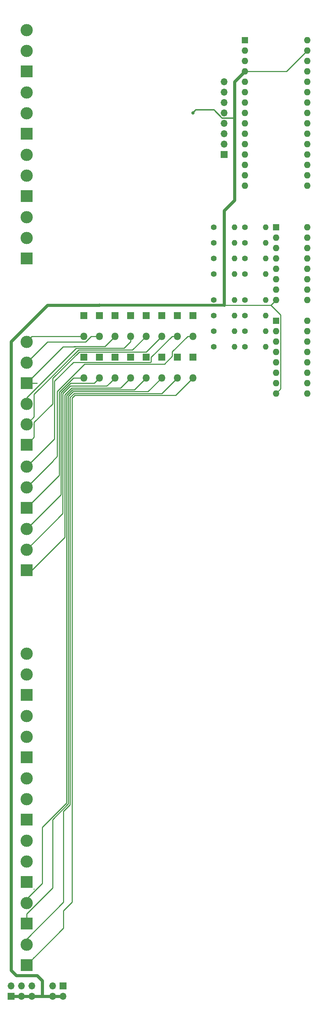
<source format=gbl>
%TF.GenerationSoftware,KiCad,Pcbnew,(5.1.6-0-10_14)*%
%TF.CreationDate,2020-09-12T12:57:19-04:00*%
%TF.ProjectId,smart-o-harp,736d6172-742d-46f2-9d68-6172702e6b69,rev?*%
%TF.SameCoordinates,Original*%
%TF.FileFunction,Copper,L2,Bot*%
%TF.FilePolarity,Positive*%
%FSLAX46Y46*%
G04 Gerber Fmt 4.6, Leading zero omitted, Abs format (unit mm)*
G04 Created by KiCad (PCBNEW (5.1.6-0-10_14)) date 2020-09-12 12:57:19*
%MOMM*%
%LPD*%
G01*
G04 APERTURE LIST*
%TA.AperFunction,ComponentPad*%
%ADD10O,1.400000X1.400000*%
%TD*%
%TA.AperFunction,ComponentPad*%
%ADD11C,1.400000*%
%TD*%
%TA.AperFunction,ComponentPad*%
%ADD12C,3.000000*%
%TD*%
%TA.AperFunction,ComponentPad*%
%ADD13R,3.000000X3.000000*%
%TD*%
%TA.AperFunction,ComponentPad*%
%ADD14O,1.800000X1.800000*%
%TD*%
%TA.AperFunction,ComponentPad*%
%ADD15R,1.800000X1.800000*%
%TD*%
%TA.AperFunction,ComponentPad*%
%ADD16R,1.600000X1.600000*%
%TD*%
%TA.AperFunction,ComponentPad*%
%ADD17O,1.600000X1.600000*%
%TD*%
%TA.AperFunction,ComponentPad*%
%ADD18R,1.700000X1.700000*%
%TD*%
%TA.AperFunction,ComponentPad*%
%ADD19O,1.700000X1.700000*%
%TD*%
%TA.AperFunction,ViaPad*%
%ADD20C,0.800000*%
%TD*%
%TA.AperFunction,Conductor*%
%ADD21C,0.250000*%
%TD*%
%TA.AperFunction,Conductor*%
%ADD22C,0.300000*%
%TD*%
%TA.AperFunction,Conductor*%
%ADD23C,0.800000*%
%TD*%
%TA.AperFunction,Conductor*%
%ADD24C,0.700000*%
%TD*%
G04 APERTURE END LIST*
D10*
%TO.P,R16,2*%
%TO.N,Net-(R16-Pad2)*%
X250190000Y-83820000D03*
D11*
%TO.P,R16,1*%
%TO.N,Net-(Q16-Pad1)*%
X245110000Y-83820000D03*
%TD*%
D10*
%TO.P,R15,2*%
%TO.N,Net-(R15-Pad2)*%
X242570000Y-83820000D03*
D11*
%TO.P,R15,1*%
%TO.N,Net-(Q15-Pad1)*%
X237490000Y-83820000D03*
%TD*%
D10*
%TO.P,R14,2*%
%TO.N,Net-(R14-Pad2)*%
X250190000Y-87630000D03*
D11*
%TO.P,R14,1*%
%TO.N,Net-(Q14-Pad1)*%
X245110000Y-87630000D03*
%TD*%
D10*
%TO.P,R13,2*%
%TO.N,Net-(R13-Pad2)*%
X242570000Y-87630000D03*
D11*
%TO.P,R13,1*%
%TO.N,Net-(Q13-Pad1)*%
X237490000Y-87630000D03*
%TD*%
D10*
%TO.P,R12,2*%
%TO.N,Net-(R12-Pad2)*%
X250190000Y-91440000D03*
D11*
%TO.P,R12,1*%
%TO.N,Net-(Q12-Pad1)*%
X245110000Y-91440000D03*
%TD*%
D10*
%TO.P,R11,2*%
%TO.N,Net-(R11-Pad2)*%
X242570000Y-91440000D03*
D11*
%TO.P,R11,1*%
%TO.N,Net-(Q11-Pad1)*%
X237490000Y-91440000D03*
%TD*%
D10*
%TO.P,R10,2*%
%TO.N,Net-(R10-Pad2)*%
X250190000Y-95250000D03*
D11*
%TO.P,R10,1*%
%TO.N,Net-(Q10-Pad1)*%
X245110000Y-95250000D03*
%TD*%
D10*
%TO.P,R9,2*%
%TO.N,Net-(R9-Pad2)*%
X242570000Y-95250000D03*
D11*
%TO.P,R9,1*%
%TO.N,Net-(Q9-Pad1)*%
X237490000Y-95250000D03*
%TD*%
D10*
%TO.P,R8,2*%
%TO.N,Net-(R8-Pad2)*%
X250190000Y-101600000D03*
D11*
%TO.P,R8,1*%
%TO.N,Net-(Q8-Pad1)*%
X245110000Y-101600000D03*
%TD*%
D10*
%TO.P,R7,2*%
%TO.N,Net-(R7-Pad2)*%
X242570000Y-101600000D03*
D11*
%TO.P,R7,1*%
%TO.N,Net-(Q7-Pad1)*%
X237490000Y-101600000D03*
%TD*%
D10*
%TO.P,R6,2*%
%TO.N,Net-(R6-Pad2)*%
X250190000Y-105410000D03*
D11*
%TO.P,R6,1*%
%TO.N,Net-(Q6-Pad1)*%
X245110000Y-105410000D03*
%TD*%
D10*
%TO.P,R5,2*%
%TO.N,Net-(R5-Pad2)*%
X242570000Y-105410000D03*
D11*
%TO.P,R5,1*%
%TO.N,Net-(Q5-Pad1)*%
X237490000Y-105410000D03*
%TD*%
D10*
%TO.P,R4,2*%
%TO.N,Net-(R4-Pad2)*%
X250190000Y-109220000D03*
D11*
%TO.P,R4,1*%
%TO.N,Net-(Q4-Pad1)*%
X245110000Y-109220000D03*
%TD*%
D10*
%TO.P,R3,2*%
%TO.N,Net-(R3-Pad2)*%
X242570000Y-109220000D03*
D11*
%TO.P,R3,1*%
%TO.N,Net-(Q3-Pad1)*%
X237490000Y-109220000D03*
%TD*%
D10*
%TO.P,R2,2*%
%TO.N,Net-(R2-Pad2)*%
X250190000Y-113030000D03*
D11*
%TO.P,R2,1*%
%TO.N,Net-(Q2-Pad1)*%
X245110000Y-113030000D03*
%TD*%
D10*
%TO.P,R1,2*%
%TO.N,Net-(R1-Pad2)*%
X242570000Y-113030000D03*
D11*
%TO.P,R1,1*%
%TO.N,Net-(Q1-Pad1)*%
X237490000Y-113030000D03*
%TD*%
D12*
%TO.P,C#_D_D#2,3*%
%TO.N,Net-(C#_D_D#1-Pad3)*%
X191770000Y-157640000D03*
%TO.P,C#_D_D#2,2*%
%TO.N,Net-(C#_D_D#1-Pad2)*%
X191770000Y-162640000D03*
D13*
%TO.P,C#_D_D#2,1*%
%TO.N,Net-(C#_D_D#1-Pad1)*%
X191770000Y-167640000D03*
%TD*%
D12*
%TO.P,E_F_F#1,3*%
%TO.N,Net-(D11-Pad2)*%
X191770000Y-66200000D03*
%TO.P,E_F_F#1,2*%
%TO.N,Net-(D10-Pad2)*%
X191770000Y-71200000D03*
D13*
%TO.P,E_F_F#1,1*%
%TO.N,Net-(D9-Pad2)*%
X191770000Y-76200000D03*
%TD*%
D14*
%TO.P,D8,2*%
%TO.N,Net-(C#_D_D#1-Pad3)*%
X209550000Y-120650000D03*
D15*
%TO.P,D8,1*%
%TO.N,+12V*%
X209550000Y-115570000D03*
%TD*%
D16*
%TO.P,U2,1*%
%TO.N,Net-(R15-Pad2)*%
X252730000Y-83820000D03*
D17*
%TO.P,U2,9*%
%TO.N,Net-(U1-Pad14)*%
X260350000Y-101600000D03*
%TO.P,U2,2*%
%TO.N,Net-(R14-Pad2)*%
X252730000Y-86360000D03*
%TO.P,U2,10*%
%TO.N,Net-(A1-Pad27)*%
X260350000Y-99060000D03*
%TO.P,U2,3*%
%TO.N,Net-(R13-Pad2)*%
X252730000Y-88900000D03*
%TO.P,U2,11*%
%TO.N,Net-(A1-Pad15)*%
X260350000Y-96520000D03*
%TO.P,U2,4*%
%TO.N,Net-(R12-Pad2)*%
X252730000Y-91440000D03*
%TO.P,U2,12*%
%TO.N,Net-(A1-Pad16)*%
X260350000Y-93980000D03*
%TO.P,U2,5*%
%TO.N,Net-(R11-Pad2)*%
X252730000Y-93980000D03*
%TO.P,U2,13*%
%TO.N,Net-(A1-Pad13)*%
X260350000Y-91440000D03*
%TO.P,U2,6*%
%TO.N,Net-(R10-Pad2)*%
X252730000Y-96520000D03*
%TO.P,U2,14*%
%TO.N,Net-(A1-Pad14)*%
X260350000Y-88900000D03*
%TO.P,U2,7*%
%TO.N,Net-(R9-Pad2)*%
X252730000Y-99060000D03*
%TO.P,U2,15*%
%TO.N,Net-(R16-Pad2)*%
X260350000Y-86360000D03*
%TO.P,U2,8*%
%TO.N,GND*%
X252730000Y-101600000D03*
%TO.P,U2,16*%
%TO.N,Net-(A1-Pad27)*%
X260350000Y-83820000D03*
%TD*%
D12*
%TO.P,J3,2*%
%TO.N,Net-(D4-Pad2)*%
X191770000Y-249000000D03*
D13*
%TO.P,J3,1*%
%TO.N,Net-(D3-Pad2)*%
X191770000Y-254000000D03*
%TD*%
D12*
%TO.P,J2,2*%
%TO.N,Net-(D2-Pad2)*%
X191770000Y-259160000D03*
D13*
%TO.P,J2,1*%
%TO.N,Net-(D1-Pad2)*%
X191770000Y-264160000D03*
%TD*%
D12*
%TO.P,G_G#_A2,3*%
%TO.N,Net-(D14-Pad2)*%
X191770000Y-127000000D03*
%TO.P,G_G#_A2,2*%
%TO.N,Net-(D13-Pad2)*%
X191770000Y-132000000D03*
D13*
%TO.P,G_G#_A2,1*%
%TO.N,Net-(D12-Pad2)*%
X191770000Y-137000000D03*
%TD*%
D12*
%TO.P,G_G#_A1,3*%
%TO.N,Net-(D14-Pad2)*%
X191770000Y-50960000D03*
%TO.P,G_G#_A1,2*%
%TO.N,Net-(D13-Pad2)*%
X191770000Y-55960000D03*
D13*
%TO.P,G_G#_A1,1*%
%TO.N,Net-(D12-Pad2)*%
X191770000Y-60960000D03*
%TD*%
%TO.P,F_G_C1,1*%
%TO.N,Net-(D10-Pad2)*%
X191770000Y-243840000D03*
D12*
%TO.P,F_G_C1,2*%
%TO.N,Net-(D12-Pad2)*%
X191770000Y-238840000D03*
%TO.P,F_G_C1,3*%
%TO.N,Net-(Bb_B_C1-Pad3)*%
X191770000Y-233840000D03*
%TD*%
D13*
%TO.P,F#_G_A1,1*%
%TO.N,Net-(D11-Pad2)*%
X191770000Y-213360000D03*
D12*
%TO.P,F#_G_A1,2*%
%TO.N,Net-(D12-Pad2)*%
X191770000Y-208360000D03*
%TO.P,F#_G_A1,3*%
%TO.N,Net-(D14-Pad2)*%
X191770000Y-203360000D03*
%TD*%
%TO.P,E_F_F#2,3*%
%TO.N,Net-(D11-Pad2)*%
X191770000Y-142400000D03*
%TO.P,E_F_F#2,2*%
%TO.N,Net-(D10-Pad2)*%
X191770000Y-147400000D03*
D13*
%TO.P,E_F_F#2,1*%
%TO.N,Net-(D9-Pad2)*%
X191770000Y-152400000D03*
%TD*%
%TO.P,D_E_F1,1*%
%TO.N,Net-(C#_D_D#1-Pad2)*%
X191770000Y-228600000D03*
D12*
%TO.P,D_E_F1,2*%
%TO.N,Net-(D9-Pad2)*%
X191770000Y-223600000D03*
%TO.P,D_E_F1,3*%
%TO.N,Net-(D10-Pad2)*%
X191770000Y-218600000D03*
%TD*%
%TO.P,C#_D_D#1,3*%
%TO.N,Net-(C#_D_D#1-Pad3)*%
X191770000Y-81440000D03*
%TO.P,C#_D_D#1,2*%
%TO.N,Net-(C#_D_D#1-Pad2)*%
X191770000Y-86440000D03*
D13*
%TO.P,C#_D_D#1,1*%
%TO.N,Net-(C#_D_D#1-Pad1)*%
X191770000Y-91440000D03*
%TD*%
%TO.P,Bb_B_C3,1*%
%TO.N,Net-(Bb_B_C1-Pad1)*%
X191770000Y-198120000D03*
D12*
%TO.P,Bb_B_C3,2*%
%TO.N,Net-(Bb_B_C1-Pad2)*%
X191770000Y-193120000D03*
%TO.P,Bb_B_C3,3*%
%TO.N,Net-(Bb_B_C1-Pad3)*%
X191770000Y-188120000D03*
%TD*%
%TO.P,Bb_B_C2,3*%
%TO.N,Net-(Bb_B_C1-Pad3)*%
X191770000Y-111920000D03*
%TO.P,Bb_B_C2,2*%
%TO.N,Net-(Bb_B_C1-Pad2)*%
X191770000Y-116920000D03*
D13*
%TO.P,Bb_B_C2,1*%
%TO.N,Net-(Bb_B_C1-Pad1)*%
X191770000Y-121920000D03*
%TD*%
%TO.P,Bb_B_C1,1*%
%TO.N,Net-(Bb_B_C1-Pad1)*%
X191770000Y-45720000D03*
D12*
%TO.P,Bb_B_C1,2*%
%TO.N,Net-(Bb_B_C1-Pad2)*%
X191770000Y-40720000D03*
%TO.P,Bb_B_C1,3*%
%TO.N,Net-(Bb_B_C1-Pad3)*%
X191770000Y-35720000D03*
%TD*%
D14*
%TO.P,D17,2*%
%TO.N,Net-(Bb_B_C1-Pad3)*%
X205740000Y-110490000D03*
D15*
%TO.P,D17,1*%
%TO.N,+12V*%
X205740000Y-105410000D03*
%TD*%
D14*
%TO.P,D16,2*%
%TO.N,Net-(Bb_B_C1-Pad2)*%
X209550000Y-110490000D03*
D15*
%TO.P,D16,1*%
%TO.N,+12V*%
X209550000Y-105410000D03*
%TD*%
D14*
%TO.P,D15,2*%
%TO.N,Net-(Bb_B_C1-Pad1)*%
X213360000Y-110490000D03*
D15*
%TO.P,D15,1*%
%TO.N,+12V*%
X213360000Y-105410000D03*
%TD*%
D14*
%TO.P,D14,2*%
%TO.N,Net-(D14-Pad2)*%
X217170000Y-110490000D03*
D15*
%TO.P,D14,1*%
%TO.N,+12V*%
X217170000Y-105410000D03*
%TD*%
D14*
%TO.P,D13,2*%
%TO.N,Net-(D13-Pad2)*%
X220980000Y-110490000D03*
D15*
%TO.P,D13,1*%
%TO.N,+12V*%
X220980000Y-105410000D03*
%TD*%
D14*
%TO.P,D12,2*%
%TO.N,Net-(D12-Pad2)*%
X224790000Y-110490000D03*
D15*
%TO.P,D12,1*%
%TO.N,+12V*%
X224790000Y-105410000D03*
%TD*%
D14*
%TO.P,D11,2*%
%TO.N,Net-(D11-Pad2)*%
X228600000Y-110490000D03*
D15*
%TO.P,D11,1*%
%TO.N,+12V*%
X228600000Y-105410000D03*
%TD*%
D14*
%TO.P,D10,2*%
%TO.N,Net-(D10-Pad2)*%
X232410000Y-110490000D03*
D15*
%TO.P,D10,1*%
%TO.N,+12V*%
X232410000Y-105410000D03*
%TD*%
D14*
%TO.P,D9,2*%
%TO.N,Net-(D9-Pad2)*%
X205740000Y-120650000D03*
D15*
%TO.P,D9,1*%
%TO.N,+12V*%
X205740000Y-115570000D03*
%TD*%
D14*
%TO.P,D6,2*%
%TO.N,Net-(C#_D_D#1-Pad2)*%
X213360000Y-120650000D03*
D15*
%TO.P,D6,1*%
%TO.N,+12V*%
X213360000Y-115570000D03*
%TD*%
D14*
%TO.P,D5,2*%
%TO.N,Net-(C#_D_D#1-Pad1)*%
X217170000Y-120650000D03*
D15*
%TO.P,D5,1*%
%TO.N,+12V*%
X217170000Y-115570000D03*
%TD*%
D14*
%TO.P,D4,2*%
%TO.N,Net-(D4-Pad2)*%
X220980000Y-120650000D03*
D15*
%TO.P,D4,1*%
%TO.N,+12V*%
X220980000Y-115570000D03*
%TD*%
D14*
%TO.P,D3,2*%
%TO.N,Net-(D3-Pad2)*%
X224790000Y-120650000D03*
D15*
%TO.P,D3,1*%
%TO.N,+12V*%
X224790000Y-115570000D03*
%TD*%
D14*
%TO.P,D2,2*%
%TO.N,Net-(D2-Pad2)*%
X228600000Y-120650000D03*
D15*
%TO.P,D2,1*%
%TO.N,+12V*%
X228600000Y-115570000D03*
%TD*%
D14*
%TO.P,D1,2*%
%TO.N,Net-(D1-Pad2)*%
X232410000Y-120650000D03*
D15*
%TO.P,D1,1*%
%TO.N,+12V*%
X232410000Y-115570000D03*
%TD*%
D18*
%TO.P,J1,1*%
%TO.N,+12V*%
X200660000Y-269240000D03*
D19*
%TO.P,J1,2*%
%TO.N,GND*%
X200660000Y-271780000D03*
%TO.P,J1,3*%
%TO.N,+12V*%
X198120000Y-269240000D03*
%TO.P,J1,4*%
%TO.N,GND*%
X198120000Y-271780000D03*
%TD*%
D16*
%TO.P,A1,1*%
%TO.N,Net-(A1-Pad1)*%
X245110000Y-38100000D03*
D17*
%TO.P,A1,17*%
%TO.N,Net-(A1-Pad17)*%
X260350000Y-71120000D03*
%TO.P,A1,2*%
%TO.N,Net-(A1-Pad2)*%
X245110000Y-40640000D03*
%TO.P,A1,18*%
%TO.N,Net-(A1-Pad18)*%
X260350000Y-68580000D03*
%TO.P,A1,3*%
%TO.N,Net-(A1-Pad3)*%
X245110000Y-43180000D03*
%TO.P,A1,19*%
%TO.N,Net-(A1-Pad19)*%
X260350000Y-66040000D03*
%TO.P,A1,4*%
%TO.N,GND*%
X245110000Y-45720000D03*
%TO.P,A1,20*%
%TO.N,Net-(A1-Pad20)*%
X260350000Y-63500000D03*
%TO.P,A1,5*%
%TO.N,Net-(A1-Pad5)*%
X245110000Y-48260000D03*
%TO.P,A1,21*%
%TO.N,Net-(A1-Pad21)*%
X260350000Y-60960000D03*
%TO.P,A1,6*%
%TO.N,Net-(A1-Pad6)*%
X245110000Y-50800000D03*
%TO.P,A1,22*%
%TO.N,Net-(A1-Pad22)*%
X260350000Y-58420000D03*
%TO.P,A1,7*%
%TO.N,Net-(A1-Pad7)*%
X245110000Y-53340000D03*
%TO.P,A1,23*%
%TO.N,Net-(A1-Pad23)*%
X260350000Y-55880000D03*
%TO.P,A1,8*%
%TO.N,Net-(A1-Pad8)*%
X245110000Y-55880000D03*
%TO.P,A1,24*%
%TO.N,Net-(A1-Pad24)*%
X260350000Y-53340000D03*
%TO.P,A1,9*%
%TO.N,Net-(A1-Pad9)*%
X245110000Y-58420000D03*
%TO.P,A1,25*%
%TO.N,Net-(A1-Pad25)*%
X260350000Y-50800000D03*
%TO.P,A1,10*%
%TO.N,Net-(A1-Pad10)*%
X245110000Y-60960000D03*
%TO.P,A1,26*%
%TO.N,Net-(A1-Pad26)*%
X260350000Y-48260000D03*
%TO.P,A1,11*%
%TO.N,Net-(A1-Pad11)*%
X245110000Y-63500000D03*
%TO.P,A1,27*%
%TO.N,Net-(A1-Pad27)*%
X260350000Y-45720000D03*
%TO.P,A1,12*%
%TO.N,Net-(A1-Pad12)*%
X245110000Y-66040000D03*
%TO.P,A1,28*%
%TO.N,Net-(A1-Pad28)*%
X260350000Y-43180000D03*
%TO.P,A1,13*%
%TO.N,Net-(A1-Pad13)*%
X245110000Y-68580000D03*
%TO.P,A1,29*%
%TO.N,GND*%
X260350000Y-40640000D03*
%TO.P,A1,14*%
%TO.N,Net-(A1-Pad14)*%
X245110000Y-71120000D03*
%TO.P,A1,30*%
%TO.N,+12V*%
X260350000Y-38100000D03*
%TO.P,A1,15*%
%TO.N,Net-(A1-Pad15)*%
X245110000Y-73660000D03*
%TO.P,A1,16*%
%TO.N,Net-(A1-Pad16)*%
X260350000Y-73660000D03*
%TD*%
D18*
%TO.P,keypad1,1*%
%TO.N,Net-(A1-Pad12)*%
X240030000Y-66040000D03*
D19*
%TO.P,keypad1,2*%
%TO.N,Net-(A1-Pad11)*%
X240030000Y-63500000D03*
%TO.P,keypad1,3*%
%TO.N,Net-(A1-Pad10)*%
X240030000Y-60960000D03*
%TO.P,keypad1,4*%
%TO.N,Net-(A1-Pad9)*%
X240030000Y-58420000D03*
%TO.P,keypad1,5*%
%TO.N,Net-(A1-Pad8)*%
X240030000Y-55880000D03*
%TO.P,keypad1,6*%
%TO.N,Net-(A1-Pad7)*%
X240030000Y-53340000D03*
%TO.P,keypad1,7*%
%TO.N,Net-(A1-Pad6)*%
X240030000Y-50800000D03*
%TO.P,keypad1,8*%
%TO.N,Net-(A1-Pad5)*%
X240030000Y-48260000D03*
%TD*%
D18*
%TO.P,solenoid_power1,1*%
%TO.N,GND*%
X187960000Y-271780000D03*
D19*
%TO.P,solenoid_power1,2*%
%TO.N,+12V*%
X187960000Y-269240000D03*
%TO.P,solenoid_power1,3*%
%TO.N,GND*%
X190500000Y-271780000D03*
%TO.P,solenoid_power1,4*%
%TO.N,+12V*%
X190500000Y-269240000D03*
%TO.P,solenoid_power1,5*%
%TO.N,GND*%
X193040000Y-271780000D03*
%TO.P,solenoid_power1,6*%
%TO.N,+12V*%
X193040000Y-269240000D03*
%TD*%
D17*
%TO.P,U1,16*%
%TO.N,Net-(A1-Pad27)*%
X260350000Y-106680000D03*
%TO.P,U1,8*%
%TO.N,GND*%
X252730000Y-124460000D03*
%TO.P,U1,15*%
%TO.N,Net-(R8-Pad2)*%
X260350000Y-109220000D03*
%TO.P,U1,7*%
%TO.N,Net-(R1-Pad2)*%
X252730000Y-121920000D03*
%TO.P,U1,14*%
%TO.N,Net-(U1-Pad14)*%
X260350000Y-111760000D03*
%TO.P,U1,6*%
%TO.N,Net-(R2-Pad2)*%
X252730000Y-119380000D03*
%TO.P,U1,13*%
%TO.N,Net-(A1-Pad13)*%
X260350000Y-114300000D03*
%TO.P,U1,5*%
%TO.N,Net-(R3-Pad2)*%
X252730000Y-116840000D03*
%TO.P,U1,12*%
%TO.N,Net-(A1-Pad16)*%
X260350000Y-116840000D03*
%TO.P,U1,4*%
%TO.N,Net-(R4-Pad2)*%
X252730000Y-114300000D03*
%TO.P,U1,11*%
%TO.N,Net-(A1-Pad15)*%
X260350000Y-119380000D03*
%TO.P,U1,3*%
%TO.N,Net-(R5-Pad2)*%
X252730000Y-111760000D03*
%TO.P,U1,10*%
%TO.N,Net-(A1-Pad27)*%
X260350000Y-121920000D03*
%TO.P,U1,2*%
%TO.N,Net-(R6-Pad2)*%
X252730000Y-109220000D03*
%TO.P,U1,9*%
%TO.N,Net-(U1-Pad9)*%
X260350000Y-124460000D03*
D16*
%TO.P,U1,1*%
%TO.N,Net-(R7-Pad2)*%
X252730000Y-106680000D03*
%TD*%
D20*
%TO.N,GND*%
X232410000Y-55880000D03*
X209550000Y-102870000D03*
%TD*%
D21*
%TO.N,*%
X193530001Y-245665001D02*
X193595001Y-245600001D01*
D22*
%TO.N,GND*%
X237565997Y-55154999D02*
X233135001Y-55154999D01*
X233135001Y-55154999D02*
X232410000Y-55880000D01*
X242570000Y-57150000D02*
X239560998Y-57150000D01*
X239560998Y-57150000D02*
X237565997Y-55154999D01*
D21*
X255270000Y-45720000D02*
X260350000Y-40640000D01*
X245110000Y-45720000D02*
X255270000Y-45720000D01*
D23*
X242570000Y-48260000D02*
X245110000Y-45720000D01*
X242570000Y-57150000D02*
X242570000Y-48260000D01*
D21*
X209550000Y-102870000D02*
X209550000Y-102870000D01*
X251460000Y-102870000D02*
X252730000Y-101600000D01*
X253855001Y-105265001D02*
X251460000Y-102870000D01*
X253855001Y-123334999D02*
X253855001Y-105265001D01*
X252730000Y-124460000D02*
X253855001Y-123334999D01*
D23*
X242570000Y-77222998D02*
X240030000Y-79762998D01*
X242570000Y-57150000D02*
X242570000Y-77222998D01*
X240030000Y-79762998D02*
X240030000Y-102870000D01*
D21*
X240030000Y-102870000D02*
X251460000Y-102870000D01*
D24*
X209550000Y-102870000D02*
X240030000Y-102870000D01*
D23*
X187960000Y-264160000D02*
X187960000Y-113028998D01*
X187960000Y-113028998D02*
X187960000Y-111760000D01*
X187960000Y-111760000D02*
X196850000Y-102870000D01*
X196850000Y-102870000D02*
X198120000Y-102870000D01*
X198120000Y-102870000D02*
X198118998Y-102870000D01*
X209550000Y-102870000D02*
X198120000Y-102870000D01*
X195580000Y-271780000D02*
X195580000Y-267970000D01*
X200660000Y-271780000D02*
X195580000Y-271780000D01*
X195580000Y-271780000D02*
X187960000Y-271780000D01*
X195580000Y-267970000D02*
X194310000Y-266700000D01*
X194310000Y-266700000D02*
X190500000Y-266700000D01*
X190500000Y-266700000D02*
X189230000Y-266700000D01*
X189230000Y-266700000D02*
X187960000Y-265430000D01*
X187960000Y-265430000D02*
X187960000Y-264160000D01*
D21*
%TO.N,Net-(D1-Pad2)*%
X191770000Y-264160000D02*
X193595001Y-262334999D01*
X200754999Y-255175001D02*
X191770000Y-264160000D01*
X200754999Y-250895999D02*
X200754999Y-255175001D01*
X202849990Y-248801008D02*
X200754999Y-250895999D01*
X202849990Y-125585022D02*
X202849990Y-248801008D01*
X203525002Y-124910010D02*
X202849990Y-125585022D01*
X228149990Y-124910010D02*
X203525002Y-124910010D01*
X232410000Y-120650000D02*
X228149990Y-124910010D01*
%TO.N,Net-(D2-Pad2)*%
X224790000Y-124460000D02*
X228600000Y-120650000D01*
X203338601Y-124460001D02*
X208280000Y-124460000D01*
X202399980Y-125398622D02*
X203338601Y-124460001D01*
X200754999Y-226601411D02*
X202399981Y-224956429D01*
X191770000Y-259160000D02*
X191770000Y-257810000D01*
X202399981Y-224956429D02*
X202399980Y-125398622D01*
X200754999Y-248825001D02*
X200754999Y-226601411D01*
X208280000Y-124460000D02*
X224790000Y-124460000D01*
X191770000Y-257810000D02*
X200754999Y-248825001D01*
%TO.N,Net-(D3-Pad2)*%
X221430010Y-124009990D02*
X224790000Y-120650000D01*
X208093600Y-124009990D02*
X221430010Y-124009990D01*
X203152204Y-124009990D02*
X201949971Y-125212223D01*
X208093600Y-124009990D02*
X203152204Y-124009990D01*
X201949974Y-224770026D02*
X201949974Y-134639974D01*
X198120000Y-228600000D02*
X201949974Y-224770026D01*
X198120000Y-245351002D02*
X198120000Y-228600000D01*
X191770000Y-254000000D02*
X191770000Y-251701002D01*
X201949971Y-134639971D02*
X201949972Y-135137780D01*
X201949974Y-134639974D02*
X201949971Y-134639971D01*
X191770000Y-251701002D02*
X198120000Y-245351002D01*
X201949971Y-125212223D02*
X201949971Y-134639971D01*
%TO.N,Net-(D4-Pad2)*%
X191770000Y-248061412D02*
X195580000Y-244251412D01*
X191770000Y-249000000D02*
X191770000Y-248061412D01*
X195580000Y-230503590D02*
X195580000Y-238760000D01*
X201499962Y-125025824D02*
X201499964Y-135324181D01*
X218070020Y-123559980D02*
X202965804Y-123559980D01*
X201499964Y-224583626D02*
X195580000Y-230503590D01*
X202965804Y-123559980D02*
X201499962Y-125025824D01*
X201499964Y-135324181D02*
X201499964Y-224583626D01*
X220980000Y-120650000D02*
X218070020Y-123559980D01*
X195580000Y-244251412D02*
X195580000Y-238760000D01*
%TO.N,Net-(D9-Pad2)*%
X193040000Y-152400000D02*
X191770000Y-152400000D01*
X199699932Y-144470068D02*
X191770000Y-152400000D01*
X199699932Y-124147252D02*
X199699932Y-144470068D01*
X203197184Y-120650000D02*
X199699932Y-124147252D01*
X205740000Y-120650000D02*
X203197184Y-120650000D01*
%TO.N,Net-(D10-Pad2)*%
X191690000Y-147320000D02*
X191770000Y-147400000D01*
X191690000Y-71120000D02*
X191770000Y-71200000D01*
X191850000Y-147320000D02*
X191770000Y-147400000D01*
X227374999Y-114252209D02*
X231137208Y-110490000D01*
X227374999Y-115370003D02*
X227374999Y-114252209D01*
X225454992Y-117290010D02*
X227374999Y-115370003D01*
X231137208Y-110490000D02*
X232410000Y-110490000D01*
X198200000Y-140890000D02*
X199249922Y-139840078D01*
X199249922Y-139840078D02*
X199249922Y-123960852D01*
X199249922Y-123960852D02*
X205920764Y-117290010D01*
X205920764Y-117290010D02*
X225454992Y-117290010D01*
X198200000Y-140970000D02*
X198200000Y-140890000D01*
X191770000Y-147400000D02*
X198200000Y-140970000D01*
%TO.N,Net-(D11-Pad2)*%
X191610000Y-142240000D02*
X191770000Y-142400000D01*
X191610000Y-66040000D02*
X191770000Y-66200000D01*
X222205001Y-116730001D02*
X222095002Y-116840000D01*
X222205001Y-115612207D02*
X222205001Y-116730001D01*
X227327208Y-110490000D02*
X222205001Y-115612207D01*
X228600000Y-110490000D02*
X227327208Y-110490000D01*
X222095002Y-116840000D02*
X208280000Y-116840000D01*
X208280000Y-116840000D02*
X207736998Y-116840000D01*
X207100587Y-116840001D02*
X208280000Y-116840000D01*
X203200000Y-116840000D02*
X207100587Y-116840001D01*
X198570010Y-135599990D02*
X198570010Y-121469990D01*
X198570010Y-121469990D02*
X203200000Y-116840000D01*
X191770000Y-142400000D02*
X198570010Y-135599990D01*
%TO.N,Net-(D12-Pad2)*%
X220980000Y-114300000D02*
X224790000Y-110490000D01*
X204624998Y-114300000D02*
X220980000Y-114300000D01*
X198120000Y-120804998D02*
X204624998Y-114300000D01*
X193595001Y-135174999D02*
X191770000Y-137000000D01*
X193595001Y-131524999D02*
X193595001Y-135174999D01*
X198120000Y-127000000D02*
X193595001Y-131524999D01*
X198120000Y-120804998D02*
X198120000Y-127000000D01*
%TO.N,Net-(D13-Pad2)*%
X191690000Y-132080000D02*
X191770000Y-132160000D01*
X191690000Y-55880000D02*
X191770000Y-55960000D01*
X193595001Y-130174999D02*
X191770000Y-132000000D01*
X204438598Y-113849990D02*
X193595001Y-124693587D01*
X193595001Y-124693587D02*
X193595001Y-130174999D01*
X217620010Y-113849990D02*
X204438598Y-113849990D01*
X220980000Y-110490000D02*
X217620010Y-113849990D01*
%TO.N,Net-(D14-Pad2)*%
X191610000Y-127000000D02*
X191770000Y-127160000D01*
X191770000Y-204150000D02*
X191770000Y-203200000D01*
X191770000Y-127950000D02*
X191770000Y-127000000D01*
X191610000Y-50800000D02*
X191770000Y-50960000D01*
X217170000Y-111760000D02*
X217170000Y-110490000D01*
X215530020Y-113399980D02*
X217170000Y-111760000D01*
X203875022Y-113399980D02*
X215530020Y-113399980D01*
X191770000Y-125505002D02*
X191770000Y-127000000D01*
X203875022Y-113399980D02*
X191770000Y-125505002D01*
%TO.N,Net-(Bb_B_C1-Pad3)*%
X191610000Y-111760000D02*
X191770000Y-111920000D01*
X191610000Y-35560000D02*
X191770000Y-35720000D01*
X191770000Y-111920000D02*
X191770000Y-111760000D01*
X193040000Y-110490000D02*
X205740000Y-110490000D01*
X191770000Y-111760000D02*
X193040000Y-110490000D01*
%TO.N,Net-(Bb_B_C1-Pad2)*%
X191690000Y-116840000D02*
X191770000Y-116920000D01*
X191690000Y-40640000D02*
X191770000Y-40720000D01*
X191770000Y-116920000D02*
X196850000Y-111840000D01*
X207553002Y-110490000D02*
X209550000Y-110490000D01*
X206203002Y-111840000D02*
X207553002Y-110490000D01*
X196850000Y-111840000D02*
X206203002Y-111840000D01*
%TO.N,Net-(Bb_B_C1-Pad1)*%
X191770000Y-121920000D02*
X200660000Y-113030000D01*
X194310000Y-121920000D02*
X191770000Y-121920000D01*
X213360000Y-110490000D02*
X210900030Y-112949970D01*
X203688622Y-112949970D02*
X204389970Y-112949970D01*
X203608592Y-113030000D02*
X203688622Y-112949970D01*
X200660000Y-113030000D02*
X203608592Y-113030000D01*
X204389970Y-112949970D02*
X203280030Y-112949970D01*
X210900030Y-112949970D02*
X204389970Y-112949970D01*
%TO.N,Net-(C#_D_D#1-Pad3)*%
X191610000Y-157480000D02*
X191770000Y-157640000D01*
X191610000Y-81280000D02*
X191770000Y-81440000D01*
X191930000Y-157480000D02*
X191770000Y-157640000D01*
X209550000Y-120650000D02*
X208280000Y-121920000D01*
X208280000Y-121920000D02*
X204470000Y-121920000D01*
X204470000Y-121920000D02*
X202563590Y-121920000D01*
X202563590Y-121920000D02*
X202273637Y-122209953D01*
X202273637Y-122209953D02*
X200341795Y-124141795D01*
X200149935Y-124333657D02*
X200149940Y-135883383D01*
X200341795Y-124141795D02*
X200149935Y-124333657D01*
X200149940Y-149260060D02*
X191770000Y-157640000D01*
X200149940Y-135883383D02*
X200149940Y-149260060D01*
%TO.N,Net-(C#_D_D#1-Pad2)*%
X191690000Y-162560000D02*
X191770000Y-162640000D01*
X191690000Y-86360000D02*
X191770000Y-86440000D01*
X211350038Y-122659962D02*
X212090000Y-121920000D01*
X202460038Y-122659962D02*
X211350038Y-122659962D01*
X200599948Y-135696983D02*
X200599944Y-124520056D01*
X212090000Y-121920000D02*
X213360000Y-120650000D01*
X200599944Y-124520056D02*
X202460038Y-122659962D01*
X200599949Y-153810049D02*
X200599949Y-135696982D01*
X191770000Y-162640000D02*
X200599949Y-153810049D01*
%TO.N,Net-(C#_D_D#1-Pad1)*%
X191770000Y-167640000D02*
X191770000Y-167479944D01*
X193040000Y-167640000D02*
X191770000Y-167640000D01*
X201049956Y-159630044D02*
X193040000Y-167640000D01*
X201049956Y-135510582D02*
X201049956Y-159630044D01*
X214710028Y-123109972D02*
X202779403Y-123109972D01*
X201049953Y-124839425D02*
X201049956Y-135510582D01*
X202779403Y-123109972D02*
X201049953Y-124839425D01*
X217170000Y-120650000D02*
X214710028Y-123109972D01*
%TD*%
M02*

</source>
